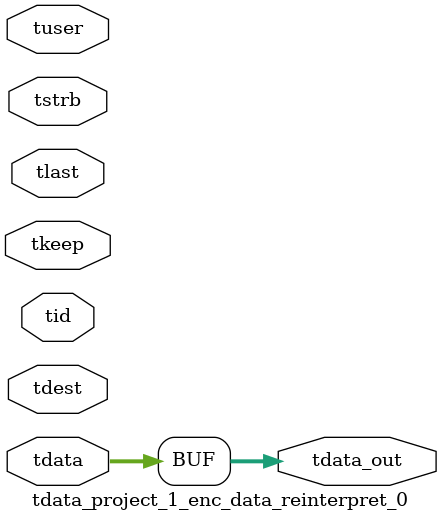
<source format=v>


`timescale 1ps/1ps

module tdata_project_1_enc_data_reinterpret_0 #
(
parameter C_S_AXIS_TDATA_WIDTH = 32,
parameter C_S_AXIS_TUSER_WIDTH = 0,
parameter C_S_AXIS_TID_WIDTH   = 0,
parameter C_S_AXIS_TDEST_WIDTH = 0,
parameter C_M_AXIS_TDATA_WIDTH = 32
)
(
input  [(C_S_AXIS_TDATA_WIDTH == 0 ? 1 : C_S_AXIS_TDATA_WIDTH)-1:0     ] tdata,
input  [(C_S_AXIS_TUSER_WIDTH == 0 ? 1 : C_S_AXIS_TUSER_WIDTH)-1:0     ] tuser,
input  [(C_S_AXIS_TID_WIDTH   == 0 ? 1 : C_S_AXIS_TID_WIDTH)-1:0       ] tid,
input  [(C_S_AXIS_TDEST_WIDTH == 0 ? 1 : C_S_AXIS_TDEST_WIDTH)-1:0     ] tdest,
input  [(C_S_AXIS_TDATA_WIDTH/8)-1:0 ] tkeep,
input  [(C_S_AXIS_TDATA_WIDTH/8)-1:0 ] tstrb,
input                                                                    tlast,
output [C_M_AXIS_TDATA_WIDTH-1:0] tdata_out
);

assign tdata_out = {tdata[95:0]};

endmodule


</source>
